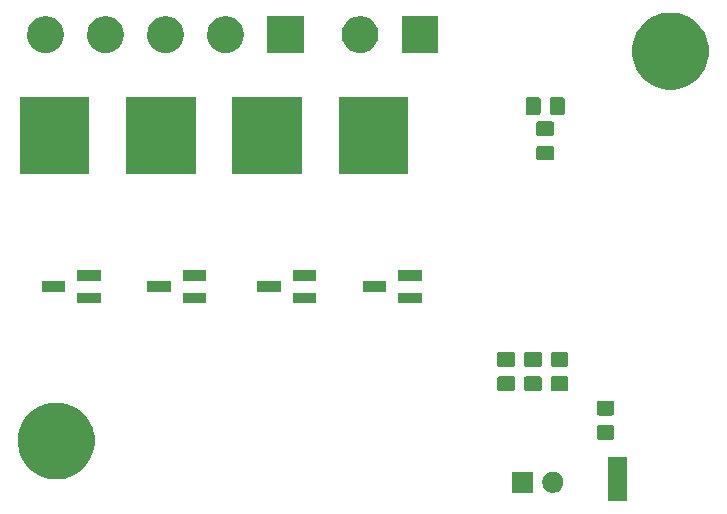
<source format=gbr>
G04 #@! TF.GenerationSoftware,KiCad,Pcbnew,(5.1.5)-3*
G04 #@! TF.CreationDate,2020-11-24T12:16:53+03:00*
G04 #@! TF.ProjectId,fast-pwm,66617374-2d70-4776-9d2e-6b696361645f,rev?*
G04 #@! TF.SameCoordinates,Original*
G04 #@! TF.FileFunction,Soldermask,Bot*
G04 #@! TF.FilePolarity,Negative*
%FSLAX46Y46*%
G04 Gerber Fmt 4.6, Leading zero omitted, Abs format (unit mm)*
G04 Created by KiCad (PCBNEW (5.1.5)-3) date 2020-11-24 12:16:53*
%MOMM*%
%LPD*%
G04 APERTURE LIST*
%ADD10C,0.100000*%
G04 APERTURE END LIST*
D10*
G36*
X81301000Y-161101000D02*
G01*
X79699000Y-161101000D01*
X79699000Y-157399000D01*
X81301000Y-157399000D01*
X81301000Y-161101000D01*
G37*
G36*
X75153512Y-158603927D02*
G01*
X75302812Y-158633624D01*
X75466784Y-158701544D01*
X75614354Y-158800147D01*
X75739853Y-158925646D01*
X75838456Y-159073216D01*
X75906376Y-159237188D01*
X75941000Y-159411259D01*
X75941000Y-159588741D01*
X75906376Y-159762812D01*
X75838456Y-159926784D01*
X75739853Y-160074354D01*
X75614354Y-160199853D01*
X75466784Y-160298456D01*
X75302812Y-160366376D01*
X75153512Y-160396073D01*
X75128742Y-160401000D01*
X74951258Y-160401000D01*
X74926488Y-160396073D01*
X74777188Y-160366376D01*
X74613216Y-160298456D01*
X74465646Y-160199853D01*
X74340147Y-160074354D01*
X74241544Y-159926784D01*
X74173624Y-159762812D01*
X74139000Y-159588741D01*
X74139000Y-159411259D01*
X74173624Y-159237188D01*
X74241544Y-159073216D01*
X74340147Y-158925646D01*
X74465646Y-158800147D01*
X74613216Y-158701544D01*
X74777188Y-158633624D01*
X74926488Y-158603927D01*
X74951258Y-158599000D01*
X75128742Y-158599000D01*
X75153512Y-158603927D01*
G37*
G36*
X73401000Y-160401000D02*
G01*
X71599000Y-160401000D01*
X71599000Y-158599000D01*
X73401000Y-158599000D01*
X73401000Y-160401000D01*
G37*
G36*
X33410774Y-152767017D02*
G01*
X33948282Y-152873934D01*
X34539926Y-153119001D01*
X35072392Y-153474784D01*
X35525216Y-153927608D01*
X35880999Y-154460074D01*
X36071992Y-154921173D01*
X36126066Y-155051719D01*
X36251000Y-155679803D01*
X36251000Y-156320197D01*
X36188533Y-156634239D01*
X36126066Y-156948282D01*
X35880999Y-157539926D01*
X35525216Y-158072392D01*
X35072392Y-158525216D01*
X34539926Y-158880999D01*
X33948282Y-159126066D01*
X33634239Y-159188533D01*
X33320197Y-159251000D01*
X32679803Y-159251000D01*
X32365761Y-159188533D01*
X32051718Y-159126066D01*
X31460074Y-158880999D01*
X30927608Y-158525216D01*
X30474784Y-158072392D01*
X30119001Y-157539926D01*
X29873934Y-156948282D01*
X29811467Y-156634239D01*
X29749000Y-156320197D01*
X29749000Y-155679803D01*
X29873934Y-155051719D01*
X29928008Y-154921173D01*
X30119001Y-154460074D01*
X30474784Y-153927608D01*
X30927608Y-153474784D01*
X31460074Y-153119001D01*
X32051718Y-152873934D01*
X32589226Y-152767017D01*
X32679803Y-152749000D01*
X33320197Y-152749000D01*
X33410774Y-152767017D01*
G37*
G36*
X80088674Y-154653465D02*
G01*
X80126367Y-154664899D01*
X80161103Y-154683466D01*
X80191548Y-154708452D01*
X80216534Y-154738897D01*
X80235101Y-154773633D01*
X80246535Y-154811326D01*
X80251000Y-154856661D01*
X80251000Y-155693339D01*
X80246535Y-155738674D01*
X80235101Y-155776367D01*
X80216534Y-155811103D01*
X80191548Y-155841548D01*
X80161103Y-155866534D01*
X80126367Y-155885101D01*
X80088674Y-155896535D01*
X80043339Y-155901000D01*
X78956661Y-155901000D01*
X78911326Y-155896535D01*
X78873633Y-155885101D01*
X78838897Y-155866534D01*
X78808452Y-155841548D01*
X78783466Y-155811103D01*
X78764899Y-155776367D01*
X78753465Y-155738674D01*
X78749000Y-155693339D01*
X78749000Y-154856661D01*
X78753465Y-154811326D01*
X78764899Y-154773633D01*
X78783466Y-154738897D01*
X78808452Y-154708452D01*
X78838897Y-154683466D01*
X78873633Y-154664899D01*
X78911326Y-154653465D01*
X78956661Y-154649000D01*
X80043339Y-154649000D01*
X80088674Y-154653465D01*
G37*
G36*
X80088674Y-152603465D02*
G01*
X80126367Y-152614899D01*
X80161103Y-152633466D01*
X80191548Y-152658452D01*
X80216534Y-152688897D01*
X80235101Y-152723633D01*
X80246535Y-152761326D01*
X80251000Y-152806661D01*
X80251000Y-153643339D01*
X80246535Y-153688674D01*
X80235101Y-153726367D01*
X80216534Y-153761103D01*
X80191548Y-153791548D01*
X80161103Y-153816534D01*
X80126367Y-153835101D01*
X80088674Y-153846535D01*
X80043339Y-153851000D01*
X78956661Y-153851000D01*
X78911326Y-153846535D01*
X78873633Y-153835101D01*
X78838897Y-153816534D01*
X78808452Y-153791548D01*
X78783466Y-153761103D01*
X78764899Y-153726367D01*
X78753465Y-153688674D01*
X78749000Y-153643339D01*
X78749000Y-152806661D01*
X78753465Y-152761326D01*
X78764899Y-152723633D01*
X78783466Y-152688897D01*
X78808452Y-152658452D01*
X78838897Y-152633466D01*
X78873633Y-152614899D01*
X78911326Y-152603465D01*
X78956661Y-152599000D01*
X80043339Y-152599000D01*
X80088674Y-152603465D01*
G37*
G36*
X76203686Y-150523235D02*
G01*
X76241379Y-150534669D01*
X76276115Y-150553236D01*
X76306560Y-150578222D01*
X76331546Y-150608667D01*
X76350113Y-150643403D01*
X76361547Y-150681096D01*
X76366012Y-150726431D01*
X76366012Y-151563109D01*
X76361547Y-151608444D01*
X76350113Y-151646137D01*
X76331546Y-151680873D01*
X76306560Y-151711318D01*
X76276115Y-151736304D01*
X76241379Y-151754871D01*
X76203686Y-151766305D01*
X76158351Y-151770770D01*
X75071673Y-151770770D01*
X75026338Y-151766305D01*
X74988645Y-151754871D01*
X74953909Y-151736304D01*
X74923464Y-151711318D01*
X74898478Y-151680873D01*
X74879911Y-151646137D01*
X74868477Y-151608444D01*
X74864012Y-151563109D01*
X74864012Y-150726431D01*
X74868477Y-150681096D01*
X74879911Y-150643403D01*
X74898478Y-150608667D01*
X74923464Y-150578222D01*
X74953909Y-150553236D01*
X74988645Y-150534669D01*
X75026338Y-150523235D01*
X75071673Y-150518770D01*
X76158351Y-150518770D01*
X76203686Y-150523235D01*
G37*
G36*
X71678203Y-150523235D02*
G01*
X71715896Y-150534669D01*
X71750632Y-150553236D01*
X71781077Y-150578222D01*
X71806063Y-150608667D01*
X71824630Y-150643403D01*
X71836064Y-150681096D01*
X71840529Y-150726431D01*
X71840529Y-151563109D01*
X71836064Y-151608444D01*
X71824630Y-151646137D01*
X71806063Y-151680873D01*
X71781077Y-151711318D01*
X71750632Y-151736304D01*
X71715896Y-151754871D01*
X71678203Y-151766305D01*
X71632868Y-151770770D01*
X70546190Y-151770770D01*
X70500855Y-151766305D01*
X70463162Y-151754871D01*
X70428426Y-151736304D01*
X70397981Y-151711318D01*
X70372995Y-151680873D01*
X70354428Y-151646137D01*
X70342994Y-151608444D01*
X70338529Y-151563109D01*
X70338529Y-150726431D01*
X70342994Y-150681096D01*
X70354428Y-150643403D01*
X70372995Y-150608667D01*
X70397981Y-150578222D01*
X70428426Y-150553236D01*
X70463162Y-150534669D01*
X70500855Y-150523235D01*
X70546190Y-150518770D01*
X71632868Y-150518770D01*
X71678203Y-150523235D01*
G37*
G36*
X73940944Y-150523235D02*
G01*
X73978637Y-150534669D01*
X74013373Y-150553236D01*
X74043818Y-150578222D01*
X74068804Y-150608667D01*
X74087371Y-150643403D01*
X74098805Y-150681096D01*
X74103270Y-150726431D01*
X74103270Y-151563109D01*
X74098805Y-151608444D01*
X74087371Y-151646137D01*
X74068804Y-151680873D01*
X74043818Y-151711318D01*
X74013373Y-151736304D01*
X73978637Y-151754871D01*
X73940944Y-151766305D01*
X73895609Y-151770770D01*
X72808931Y-151770770D01*
X72763596Y-151766305D01*
X72725903Y-151754871D01*
X72691167Y-151736304D01*
X72660722Y-151711318D01*
X72635736Y-151680873D01*
X72617169Y-151646137D01*
X72605735Y-151608444D01*
X72601270Y-151563109D01*
X72601270Y-150726431D01*
X72605735Y-150681096D01*
X72617169Y-150643403D01*
X72635736Y-150608667D01*
X72660722Y-150578222D01*
X72691167Y-150553236D01*
X72725903Y-150534669D01*
X72763596Y-150523235D01*
X72808931Y-150518770D01*
X73895609Y-150518770D01*
X73940944Y-150523235D01*
G37*
G36*
X73940944Y-148473235D02*
G01*
X73978637Y-148484669D01*
X74013373Y-148503236D01*
X74043818Y-148528222D01*
X74068804Y-148558667D01*
X74087371Y-148593403D01*
X74098805Y-148631096D01*
X74103270Y-148676431D01*
X74103270Y-149513109D01*
X74098805Y-149558444D01*
X74087371Y-149596137D01*
X74068804Y-149630873D01*
X74043818Y-149661318D01*
X74013373Y-149686304D01*
X73978637Y-149704871D01*
X73940944Y-149716305D01*
X73895609Y-149720770D01*
X72808931Y-149720770D01*
X72763596Y-149716305D01*
X72725903Y-149704871D01*
X72691167Y-149686304D01*
X72660722Y-149661318D01*
X72635736Y-149630873D01*
X72617169Y-149596137D01*
X72605735Y-149558444D01*
X72601270Y-149513109D01*
X72601270Y-148676431D01*
X72605735Y-148631096D01*
X72617169Y-148593403D01*
X72635736Y-148558667D01*
X72660722Y-148528222D01*
X72691167Y-148503236D01*
X72725903Y-148484669D01*
X72763596Y-148473235D01*
X72808931Y-148468770D01*
X73895609Y-148468770D01*
X73940944Y-148473235D01*
G37*
G36*
X76203686Y-148473235D02*
G01*
X76241379Y-148484669D01*
X76276115Y-148503236D01*
X76306560Y-148528222D01*
X76331546Y-148558667D01*
X76350113Y-148593403D01*
X76361547Y-148631096D01*
X76366012Y-148676431D01*
X76366012Y-149513109D01*
X76361547Y-149558444D01*
X76350113Y-149596137D01*
X76331546Y-149630873D01*
X76306560Y-149661318D01*
X76276115Y-149686304D01*
X76241379Y-149704871D01*
X76203686Y-149716305D01*
X76158351Y-149720770D01*
X75071673Y-149720770D01*
X75026338Y-149716305D01*
X74988645Y-149704871D01*
X74953909Y-149686304D01*
X74923464Y-149661318D01*
X74898478Y-149630873D01*
X74879911Y-149596137D01*
X74868477Y-149558444D01*
X74864012Y-149513109D01*
X74864012Y-148676431D01*
X74868477Y-148631096D01*
X74879911Y-148593403D01*
X74898478Y-148558667D01*
X74923464Y-148528222D01*
X74953909Y-148503236D01*
X74988645Y-148484669D01*
X75026338Y-148473235D01*
X75071673Y-148468770D01*
X76158351Y-148468770D01*
X76203686Y-148473235D01*
G37*
G36*
X71678203Y-148473235D02*
G01*
X71715896Y-148484669D01*
X71750632Y-148503236D01*
X71781077Y-148528222D01*
X71806063Y-148558667D01*
X71824630Y-148593403D01*
X71836064Y-148631096D01*
X71840529Y-148676431D01*
X71840529Y-149513109D01*
X71836064Y-149558444D01*
X71824630Y-149596137D01*
X71806063Y-149630873D01*
X71781077Y-149661318D01*
X71750632Y-149686304D01*
X71715896Y-149704871D01*
X71678203Y-149716305D01*
X71632868Y-149720770D01*
X70546190Y-149720770D01*
X70500855Y-149716305D01*
X70463162Y-149704871D01*
X70428426Y-149686304D01*
X70397981Y-149661318D01*
X70372995Y-149630873D01*
X70354428Y-149596137D01*
X70342994Y-149558444D01*
X70338529Y-149513109D01*
X70338529Y-148676431D01*
X70342994Y-148631096D01*
X70354428Y-148593403D01*
X70372995Y-148558667D01*
X70397981Y-148528222D01*
X70428426Y-148503236D01*
X70463162Y-148484669D01*
X70500855Y-148473235D01*
X70546190Y-148468770D01*
X71632868Y-148468770D01*
X71678203Y-148473235D01*
G37*
G36*
X63951000Y-144351000D02*
G01*
X61949000Y-144351000D01*
X61949000Y-143449000D01*
X63951000Y-143449000D01*
X63951000Y-144351000D01*
G37*
G36*
X55001000Y-144351000D02*
G01*
X52999000Y-144351000D01*
X52999000Y-143449000D01*
X55001000Y-143449000D01*
X55001000Y-144351000D01*
G37*
G36*
X36751000Y-144351000D02*
G01*
X34749000Y-144351000D01*
X34749000Y-143449000D01*
X36751000Y-143449000D01*
X36751000Y-144351000D01*
G37*
G36*
X45701000Y-144351000D02*
G01*
X43699000Y-144351000D01*
X43699000Y-143449000D01*
X45701000Y-143449000D01*
X45701000Y-144351000D01*
G37*
G36*
X33751000Y-143401000D02*
G01*
X31749000Y-143401000D01*
X31749000Y-142499000D01*
X33751000Y-142499000D01*
X33751000Y-143401000D01*
G37*
G36*
X60951000Y-143401000D02*
G01*
X58949000Y-143401000D01*
X58949000Y-142499000D01*
X60951000Y-142499000D01*
X60951000Y-143401000D01*
G37*
G36*
X52001000Y-143401000D02*
G01*
X49999000Y-143401000D01*
X49999000Y-142499000D01*
X52001000Y-142499000D01*
X52001000Y-143401000D01*
G37*
G36*
X42701000Y-143401000D02*
G01*
X40699000Y-143401000D01*
X40699000Y-142499000D01*
X42701000Y-142499000D01*
X42701000Y-143401000D01*
G37*
G36*
X36751000Y-142451000D02*
G01*
X34749000Y-142451000D01*
X34749000Y-141549000D01*
X36751000Y-141549000D01*
X36751000Y-142451000D01*
G37*
G36*
X63951000Y-142451000D02*
G01*
X61949000Y-142451000D01*
X61949000Y-141549000D01*
X63951000Y-141549000D01*
X63951000Y-142451000D01*
G37*
G36*
X45701000Y-142451000D02*
G01*
X43699000Y-142451000D01*
X43699000Y-141549000D01*
X45701000Y-141549000D01*
X45701000Y-142451000D01*
G37*
G36*
X55001000Y-142451000D02*
G01*
X52999000Y-142451000D01*
X52999000Y-141549000D01*
X55001000Y-141549000D01*
X55001000Y-142451000D01*
G37*
G36*
X44800000Y-133400000D02*
G01*
X38900000Y-133400000D01*
X38900000Y-126900000D01*
X44800000Y-126900000D01*
X44800000Y-133400000D01*
G37*
G36*
X62800000Y-133400000D02*
G01*
X56900000Y-133400000D01*
X56900000Y-126900000D01*
X62800000Y-126900000D01*
X62800000Y-133400000D01*
G37*
G36*
X53800000Y-133400000D02*
G01*
X47900000Y-133400000D01*
X47900000Y-126900000D01*
X53800000Y-126900000D01*
X53800000Y-133400000D01*
G37*
G36*
X35800000Y-133400000D02*
G01*
X29900000Y-133400000D01*
X29900000Y-126900000D01*
X35800000Y-126900000D01*
X35800000Y-133400000D01*
G37*
G36*
X74988674Y-131003465D02*
G01*
X75026367Y-131014899D01*
X75061103Y-131033466D01*
X75091548Y-131058452D01*
X75116534Y-131088897D01*
X75135101Y-131123633D01*
X75146535Y-131161326D01*
X75151000Y-131206661D01*
X75151000Y-132043339D01*
X75146535Y-132088674D01*
X75135101Y-132126367D01*
X75116534Y-132161103D01*
X75091548Y-132191548D01*
X75061103Y-132216534D01*
X75026367Y-132235101D01*
X74988674Y-132246535D01*
X74943339Y-132251000D01*
X73856661Y-132251000D01*
X73811326Y-132246535D01*
X73773633Y-132235101D01*
X73738897Y-132216534D01*
X73708452Y-132191548D01*
X73683466Y-132161103D01*
X73664899Y-132126367D01*
X73653465Y-132088674D01*
X73649000Y-132043339D01*
X73649000Y-131206661D01*
X73653465Y-131161326D01*
X73664899Y-131123633D01*
X73683466Y-131088897D01*
X73708452Y-131058452D01*
X73738897Y-131033466D01*
X73773633Y-131014899D01*
X73811326Y-131003465D01*
X73856661Y-130999000D01*
X74943339Y-130999000D01*
X74988674Y-131003465D01*
G37*
G36*
X74988674Y-128953465D02*
G01*
X75026367Y-128964899D01*
X75061103Y-128983466D01*
X75091548Y-129008452D01*
X75116534Y-129038897D01*
X75135101Y-129073633D01*
X75146535Y-129111326D01*
X75151000Y-129156661D01*
X75151000Y-129993339D01*
X75146535Y-130038674D01*
X75135101Y-130076367D01*
X75116534Y-130111103D01*
X75091548Y-130141548D01*
X75061103Y-130166534D01*
X75026367Y-130185101D01*
X74988674Y-130196535D01*
X74943339Y-130201000D01*
X73856661Y-130201000D01*
X73811326Y-130196535D01*
X73773633Y-130185101D01*
X73738897Y-130166534D01*
X73708452Y-130141548D01*
X73683466Y-130111103D01*
X73664899Y-130076367D01*
X73653465Y-130038674D01*
X73649000Y-129993339D01*
X73649000Y-129156661D01*
X73653465Y-129111326D01*
X73664899Y-129073633D01*
X73683466Y-129038897D01*
X73708452Y-129008452D01*
X73738897Y-128983466D01*
X73773633Y-128964899D01*
X73811326Y-128953465D01*
X73856661Y-128949000D01*
X74943339Y-128949000D01*
X74988674Y-128953465D01*
G37*
G36*
X73838674Y-126903465D02*
G01*
X73876367Y-126914899D01*
X73911103Y-126933466D01*
X73941548Y-126958452D01*
X73966534Y-126988897D01*
X73985101Y-127023633D01*
X73996535Y-127061326D01*
X74001000Y-127106661D01*
X74001000Y-128193339D01*
X73996535Y-128238674D01*
X73985101Y-128276367D01*
X73966534Y-128311103D01*
X73941548Y-128341548D01*
X73911103Y-128366534D01*
X73876367Y-128385101D01*
X73838674Y-128396535D01*
X73793339Y-128401000D01*
X72956661Y-128401000D01*
X72911326Y-128396535D01*
X72873633Y-128385101D01*
X72838897Y-128366534D01*
X72808452Y-128341548D01*
X72783466Y-128311103D01*
X72764899Y-128276367D01*
X72753465Y-128238674D01*
X72749000Y-128193339D01*
X72749000Y-127106661D01*
X72753465Y-127061326D01*
X72764899Y-127023633D01*
X72783466Y-126988897D01*
X72808452Y-126958452D01*
X72838897Y-126933466D01*
X72873633Y-126914899D01*
X72911326Y-126903465D01*
X72956661Y-126899000D01*
X73793339Y-126899000D01*
X73838674Y-126903465D01*
G37*
G36*
X75888674Y-126903465D02*
G01*
X75926367Y-126914899D01*
X75961103Y-126933466D01*
X75991548Y-126958452D01*
X76016534Y-126988897D01*
X76035101Y-127023633D01*
X76046535Y-127061326D01*
X76051000Y-127106661D01*
X76051000Y-128193339D01*
X76046535Y-128238674D01*
X76035101Y-128276367D01*
X76016534Y-128311103D01*
X75991548Y-128341548D01*
X75961103Y-128366534D01*
X75926367Y-128385101D01*
X75888674Y-128396535D01*
X75843339Y-128401000D01*
X75006661Y-128401000D01*
X74961326Y-128396535D01*
X74923633Y-128385101D01*
X74888897Y-128366534D01*
X74858452Y-128341548D01*
X74833466Y-128311103D01*
X74814899Y-128276367D01*
X74803465Y-128238674D01*
X74799000Y-128193339D01*
X74799000Y-127106661D01*
X74803465Y-127061326D01*
X74814899Y-127023633D01*
X74833466Y-126988897D01*
X74858452Y-126958452D01*
X74888897Y-126933466D01*
X74923633Y-126914899D01*
X74961326Y-126903465D01*
X75006661Y-126899000D01*
X75843339Y-126899000D01*
X75888674Y-126903465D01*
G37*
G36*
X85634239Y-119811467D02*
G01*
X85948282Y-119873934D01*
X86539926Y-120119001D01*
X87072392Y-120474784D01*
X87525216Y-120927608D01*
X87880999Y-121460074D01*
X88126066Y-122051718D01*
X88182349Y-122334672D01*
X88251000Y-122679803D01*
X88251000Y-123320197D01*
X88188533Y-123634239D01*
X88126066Y-123948282D01*
X87880999Y-124539926D01*
X87525216Y-125072392D01*
X87072392Y-125525216D01*
X86539926Y-125880999D01*
X85948282Y-126126066D01*
X85634239Y-126188533D01*
X85320197Y-126251000D01*
X84679803Y-126251000D01*
X84365761Y-126188533D01*
X84051718Y-126126066D01*
X83460074Y-125880999D01*
X82927608Y-125525216D01*
X82474784Y-125072392D01*
X82119001Y-124539926D01*
X81873934Y-123948282D01*
X81811467Y-123634239D01*
X81749000Y-123320197D01*
X81749000Y-122679803D01*
X81817651Y-122334672D01*
X81873934Y-122051718D01*
X82119001Y-121460074D01*
X82474784Y-120927608D01*
X82927608Y-120474784D01*
X83460074Y-120119001D01*
X84051718Y-119873934D01*
X84365761Y-119811467D01*
X84679803Y-119749000D01*
X85320197Y-119749000D01*
X85634239Y-119811467D01*
G37*
G36*
X59022585Y-120078802D02*
G01*
X59172410Y-120108604D01*
X59454674Y-120225521D01*
X59708705Y-120395259D01*
X59924741Y-120611295D01*
X60094479Y-120865326D01*
X60211396Y-121147590D01*
X60233462Y-121258524D01*
X60271000Y-121447239D01*
X60271000Y-121752761D01*
X60241198Y-121902585D01*
X60211396Y-122052410D01*
X60094479Y-122334674D01*
X59924741Y-122588705D01*
X59708705Y-122804741D01*
X59454674Y-122974479D01*
X59172410Y-123091396D01*
X59022585Y-123121198D01*
X58872761Y-123151000D01*
X58567239Y-123151000D01*
X58417415Y-123121198D01*
X58267590Y-123091396D01*
X57985326Y-122974479D01*
X57731295Y-122804741D01*
X57515259Y-122588705D01*
X57345521Y-122334674D01*
X57228604Y-122052410D01*
X57198802Y-121902585D01*
X57169000Y-121752761D01*
X57169000Y-121447239D01*
X57206538Y-121258524D01*
X57228604Y-121147590D01*
X57345521Y-120865326D01*
X57515259Y-120611295D01*
X57731295Y-120395259D01*
X57985326Y-120225521D01*
X58267590Y-120108604D01*
X58417415Y-120078802D01*
X58567239Y-120049000D01*
X58872761Y-120049000D01*
X59022585Y-120078802D01*
G37*
G36*
X53951000Y-123151000D02*
G01*
X50849000Y-123151000D01*
X50849000Y-120049000D01*
X53951000Y-120049000D01*
X53951000Y-123151000D01*
G37*
G36*
X47622585Y-120078802D02*
G01*
X47772410Y-120108604D01*
X48054674Y-120225521D01*
X48308705Y-120395259D01*
X48524741Y-120611295D01*
X48694479Y-120865326D01*
X48811396Y-121147590D01*
X48833462Y-121258524D01*
X48871000Y-121447239D01*
X48871000Y-121752761D01*
X48841198Y-121902585D01*
X48811396Y-122052410D01*
X48694479Y-122334674D01*
X48524741Y-122588705D01*
X48308705Y-122804741D01*
X48054674Y-122974479D01*
X47772410Y-123091396D01*
X47622585Y-123121198D01*
X47472761Y-123151000D01*
X47167239Y-123151000D01*
X47017415Y-123121198D01*
X46867590Y-123091396D01*
X46585326Y-122974479D01*
X46331295Y-122804741D01*
X46115259Y-122588705D01*
X45945521Y-122334674D01*
X45828604Y-122052410D01*
X45798802Y-121902585D01*
X45769000Y-121752761D01*
X45769000Y-121447239D01*
X45806538Y-121258524D01*
X45828604Y-121147590D01*
X45945521Y-120865326D01*
X46115259Y-120611295D01*
X46331295Y-120395259D01*
X46585326Y-120225521D01*
X46867590Y-120108604D01*
X47017415Y-120078802D01*
X47167239Y-120049000D01*
X47472761Y-120049000D01*
X47622585Y-120078802D01*
G37*
G36*
X65351000Y-123151000D02*
G01*
X62249000Y-123151000D01*
X62249000Y-120049000D01*
X65351000Y-120049000D01*
X65351000Y-123151000D01*
G37*
G36*
X42542585Y-120078802D02*
G01*
X42692410Y-120108604D01*
X42974674Y-120225521D01*
X43228705Y-120395259D01*
X43444741Y-120611295D01*
X43614479Y-120865326D01*
X43731396Y-121147590D01*
X43753462Y-121258524D01*
X43791000Y-121447239D01*
X43791000Y-121752761D01*
X43761198Y-121902585D01*
X43731396Y-122052410D01*
X43614479Y-122334674D01*
X43444741Y-122588705D01*
X43228705Y-122804741D01*
X42974674Y-122974479D01*
X42692410Y-123091396D01*
X42542585Y-123121198D01*
X42392761Y-123151000D01*
X42087239Y-123151000D01*
X41937415Y-123121198D01*
X41787590Y-123091396D01*
X41505326Y-122974479D01*
X41251295Y-122804741D01*
X41035259Y-122588705D01*
X40865521Y-122334674D01*
X40748604Y-122052410D01*
X40718802Y-121902585D01*
X40689000Y-121752761D01*
X40689000Y-121447239D01*
X40726538Y-121258524D01*
X40748604Y-121147590D01*
X40865521Y-120865326D01*
X41035259Y-120611295D01*
X41251295Y-120395259D01*
X41505326Y-120225521D01*
X41787590Y-120108604D01*
X41937415Y-120078802D01*
X42087239Y-120049000D01*
X42392761Y-120049000D01*
X42542585Y-120078802D01*
G37*
G36*
X37462585Y-120078802D02*
G01*
X37612410Y-120108604D01*
X37894674Y-120225521D01*
X38148705Y-120395259D01*
X38364741Y-120611295D01*
X38534479Y-120865326D01*
X38651396Y-121147590D01*
X38673462Y-121258524D01*
X38711000Y-121447239D01*
X38711000Y-121752761D01*
X38681198Y-121902585D01*
X38651396Y-122052410D01*
X38534479Y-122334674D01*
X38364741Y-122588705D01*
X38148705Y-122804741D01*
X37894674Y-122974479D01*
X37612410Y-123091396D01*
X37462585Y-123121198D01*
X37312761Y-123151000D01*
X37007239Y-123151000D01*
X36857415Y-123121198D01*
X36707590Y-123091396D01*
X36425326Y-122974479D01*
X36171295Y-122804741D01*
X35955259Y-122588705D01*
X35785521Y-122334674D01*
X35668604Y-122052410D01*
X35638802Y-121902585D01*
X35609000Y-121752761D01*
X35609000Y-121447239D01*
X35646538Y-121258524D01*
X35668604Y-121147590D01*
X35785521Y-120865326D01*
X35955259Y-120611295D01*
X36171295Y-120395259D01*
X36425326Y-120225521D01*
X36707590Y-120108604D01*
X36857415Y-120078802D01*
X37007239Y-120049000D01*
X37312761Y-120049000D01*
X37462585Y-120078802D01*
G37*
G36*
X32382585Y-120078802D02*
G01*
X32532410Y-120108604D01*
X32814674Y-120225521D01*
X33068705Y-120395259D01*
X33284741Y-120611295D01*
X33454479Y-120865326D01*
X33571396Y-121147590D01*
X33593462Y-121258524D01*
X33631000Y-121447239D01*
X33631000Y-121752761D01*
X33601198Y-121902585D01*
X33571396Y-122052410D01*
X33454479Y-122334674D01*
X33284741Y-122588705D01*
X33068705Y-122804741D01*
X32814674Y-122974479D01*
X32532410Y-123091396D01*
X32382585Y-123121198D01*
X32232761Y-123151000D01*
X31927239Y-123151000D01*
X31777415Y-123121198D01*
X31627590Y-123091396D01*
X31345326Y-122974479D01*
X31091295Y-122804741D01*
X30875259Y-122588705D01*
X30705521Y-122334674D01*
X30588604Y-122052410D01*
X30558802Y-121902585D01*
X30529000Y-121752761D01*
X30529000Y-121447239D01*
X30566538Y-121258524D01*
X30588604Y-121147590D01*
X30705521Y-120865326D01*
X30875259Y-120611295D01*
X31091295Y-120395259D01*
X31345326Y-120225521D01*
X31627590Y-120108604D01*
X31777415Y-120078802D01*
X31927239Y-120049000D01*
X32232761Y-120049000D01*
X32382585Y-120078802D01*
G37*
M02*

</source>
